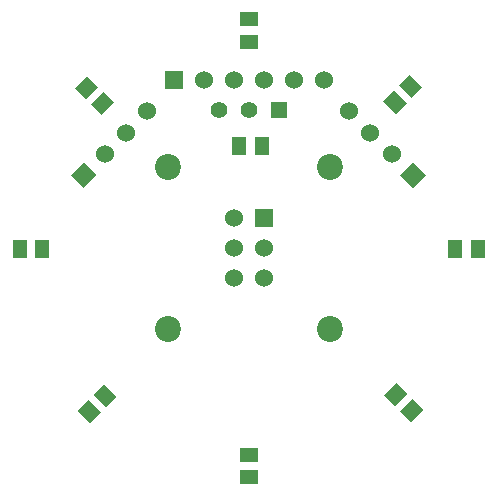
<source format=gbs>
G04 (created by PCBNEW (2013-09-20 BZR 4325)-product) date Sat 21 Sep 2013 04:31:50 AM CEST*
%MOIN*%
G04 Gerber Fmt 3.4, Leading zero omitted, Abs format*
%FSLAX34Y34*%
G01*
G70*
G90*
G04 APERTURE LIST*
%ADD10C,0.005906*%
%ADD11R,0.055000X0.055000*%
%ADD12C,0.055000*%
%ADD13C,0.086614*%
%ADD14R,0.060000X0.060000*%
%ADD15C,0.060000*%
%ADD16R,0.051100X0.059000*%
%ADD17R,0.059000X0.051100*%
G04 APERTURE END LIST*
G54D10*
G54D11*
X33750Y-23250D03*
G54D12*
X32750Y-23250D03*
X31750Y-23250D03*
G54D13*
X30050Y-30550D03*
X35450Y-30550D03*
X35450Y-25150D03*
X30050Y-25150D03*
G54D14*
X33250Y-26850D03*
G54D15*
X32250Y-26850D03*
X33250Y-27850D03*
X32250Y-27850D03*
X33250Y-28850D03*
X32250Y-28850D03*
G54D10*
G36*
X38634Y-25410D02*
X38210Y-25834D01*
X37786Y-25410D01*
X38210Y-24986D01*
X38634Y-25410D01*
X38634Y-25410D01*
G37*
G54D15*
X37503Y-24703D03*
X36796Y-23996D03*
X36089Y-23289D03*
G54D10*
G36*
X27239Y-25834D02*
X26815Y-25410D01*
X27239Y-24986D01*
X27663Y-25410D01*
X27239Y-25834D01*
X27239Y-25834D01*
G37*
G54D15*
X27946Y-24703D03*
X28653Y-23996D03*
X29360Y-23289D03*
G54D14*
X30250Y-22250D03*
G54D15*
X31250Y-22250D03*
X32250Y-22250D03*
X33250Y-22250D03*
X34250Y-22250D03*
X35250Y-22250D03*
G54D16*
X25098Y-27874D03*
X25846Y-27874D03*
G54D10*
G36*
X27440Y-33685D02*
X27023Y-33268D01*
X27384Y-32906D01*
X27801Y-33323D01*
X27440Y-33685D01*
X27440Y-33685D01*
G37*
G36*
X27969Y-33156D02*
X27552Y-32739D01*
X27913Y-32377D01*
X28330Y-32794D01*
X27969Y-33156D01*
X27969Y-33156D01*
G37*
G36*
X38567Y-33228D02*
X38149Y-33645D01*
X37788Y-33284D01*
X38205Y-32867D01*
X38567Y-33228D01*
X38567Y-33228D01*
G37*
G36*
X38038Y-32699D02*
X37620Y-33116D01*
X37259Y-32755D01*
X37676Y-32338D01*
X38038Y-32699D01*
X38038Y-32699D01*
G37*
G54D16*
X32421Y-24448D03*
X33169Y-24448D03*
G54D17*
X32755Y-35492D03*
X32755Y-34744D03*
G54D16*
X40374Y-27874D03*
X39626Y-27874D03*
G54D10*
G36*
X38110Y-22062D02*
X38527Y-22480D01*
X38166Y-22841D01*
X37749Y-22424D01*
X38110Y-22062D01*
X38110Y-22062D01*
G37*
G36*
X37581Y-22591D02*
X37998Y-23008D01*
X37637Y-23370D01*
X37220Y-22953D01*
X37581Y-22591D01*
X37581Y-22591D01*
G37*
G54D17*
X32755Y-20216D03*
X32755Y-20964D03*
G54D10*
G36*
X26944Y-22519D02*
X27361Y-22102D01*
X27723Y-22463D01*
X27306Y-22880D01*
X26944Y-22519D01*
X26944Y-22519D01*
G37*
G36*
X27473Y-23048D02*
X27890Y-22631D01*
X28252Y-22992D01*
X27834Y-23409D01*
X27473Y-23048D01*
X27473Y-23048D01*
G37*
M02*

</source>
